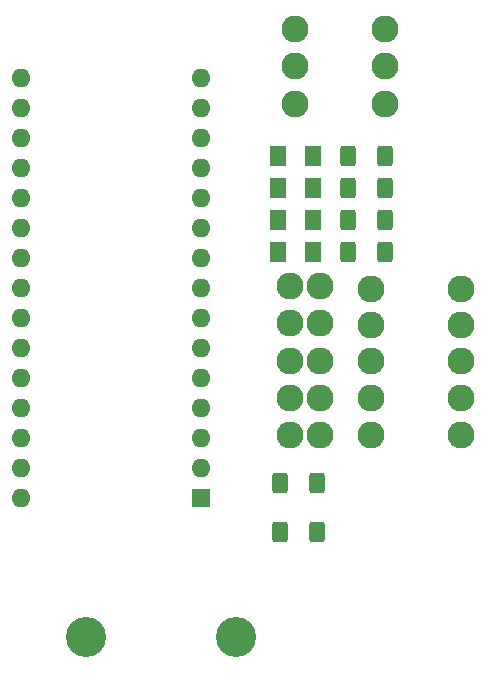
<source format=gbr>
%TF.GenerationSoftware,KiCad,Pcbnew,7.0.2-0*%
%TF.CreationDate,2024-09-16T13:04:04-04:00*%
%TF.ProjectId,ArduinoSolderChallenge,41726475-696e-46f5-936f-6c6465724368,rev?*%
%TF.SameCoordinates,Original*%
%TF.FileFunction,Soldermask,Top*%
%TF.FilePolarity,Negative*%
%FSLAX46Y46*%
G04 Gerber Fmt 4.6, Leading zero omitted, Abs format (unit mm)*
G04 Created by KiCad (PCBNEW 7.0.2-0) date 2024-09-16 13:04:04*
%MOMM*%
%LPD*%
G01*
G04 APERTURE LIST*
G04 Aperture macros list*
%AMRoundRect*
0 Rectangle with rounded corners*
0 $1 Rounding radius*
0 $2 $3 $4 $5 $6 $7 $8 $9 X,Y pos of 4 corners*
0 Add a 4 corners polygon primitive as box body*
4,1,4,$2,$3,$4,$5,$6,$7,$8,$9,$2,$3,0*
0 Add four circle primitives for the rounded corners*
1,1,$1+$1,$2,$3*
1,1,$1+$1,$4,$5*
1,1,$1+$1,$6,$7*
1,1,$1+$1,$8,$9*
0 Add four rect primitives between the rounded corners*
20,1,$1+$1,$2,$3,$4,$5,0*
20,1,$1+$1,$4,$5,$6,$7,0*
20,1,$1+$1,$6,$7,$8,$9,0*
20,1,$1+$1,$8,$9,$2,$3,0*%
G04 Aperture macros list end*
%ADD10R,1.600000X1.600000*%
%ADD11O,1.600000X1.600000*%
%ADD12C,2.286000*%
%ADD13RoundRect,0.250000X0.400000X0.625000X-0.400000X0.625000X-0.400000X-0.625000X0.400000X-0.625000X0*%
%ADD14RoundRect,0.250001X0.462499X0.624999X-0.462499X0.624999X-0.462499X-0.624999X0.462499X-0.624999X0*%
%ADD15RoundRect,0.250000X-0.400000X-0.625000X0.400000X-0.625000X0.400000X0.625000X-0.400000X0.625000X0*%
%ADD16C,3.400000*%
G04 APERTURE END LIST*
D10*
%TO.C,A1*%
X59300000Y-61990000D03*
D11*
X59300000Y-59450000D03*
X59300000Y-56910000D03*
X59300000Y-54370000D03*
X59300000Y-51830000D03*
X59300000Y-49290000D03*
X59300000Y-46750000D03*
X59300000Y-44210000D03*
X59300000Y-41670000D03*
X59300000Y-39130000D03*
X59300000Y-36590000D03*
X59300000Y-34050000D03*
X59300000Y-31510000D03*
X59300000Y-28970000D03*
X59300000Y-26430000D03*
X44060000Y-26430000D03*
X44060000Y-28970000D03*
X44060000Y-31510000D03*
X44060000Y-34050000D03*
X44060000Y-36590000D03*
X44060000Y-39130000D03*
X44060000Y-41670000D03*
X44060000Y-44210000D03*
X44060000Y-46750000D03*
X44060000Y-49290000D03*
X44060000Y-51830000D03*
X44060000Y-54370000D03*
X44060000Y-56910000D03*
X44060000Y-59450000D03*
X44060000Y-61990000D03*
%TD*%
D12*
%TO.C,D5*%
X69340000Y-44060000D03*
X66800000Y-44060000D03*
%TD*%
%TO.C,D1*%
X69340000Y-56660000D03*
X66800000Y-56660000D03*
%TD*%
%TO.C,R1*%
X81340000Y-56660000D03*
X73720000Y-56660000D03*
%TD*%
D13*
%TO.C,R6*%
X74880000Y-41150000D03*
X71780000Y-41150000D03*
%TD*%
D12*
%TO.C,R5*%
X81340000Y-44260000D03*
X73720000Y-44260000D03*
%TD*%
D14*
%TO.C,D9*%
X68817500Y-33050000D03*
X65842500Y-33050000D03*
%TD*%
D15*
%TO.C,R14*%
X65980000Y-64850000D03*
X69080000Y-64850000D03*
%TD*%
D13*
%TO.C,R13*%
X69080000Y-60750000D03*
X65980000Y-60750000D03*
%TD*%
D14*
%TO.C,D6*%
X68817500Y-41150000D03*
X65842500Y-41150000D03*
%TD*%
D12*
%TO.C,R12*%
X67260000Y-22300000D03*
X74880000Y-22300000D03*
%TD*%
%TO.C,R3*%
X81340000Y-50360000D03*
X73720000Y-50360000D03*
%TD*%
D16*
%TO.C,BT1*%
X62250000Y-73750000D03*
X49550000Y-73750000D03*
%TD*%
D12*
%TO.C,R10*%
X67260000Y-28600000D03*
X74880000Y-28600000D03*
%TD*%
%TO.C,D3*%
X69340000Y-50360000D03*
X66800000Y-50360000D03*
%TD*%
D13*
%TO.C,R7*%
X74880000Y-38450000D03*
X71780000Y-38450000D03*
%TD*%
D12*
%TO.C,R2*%
X81340000Y-53510000D03*
X73720000Y-53510000D03*
%TD*%
%TO.C,D4*%
X69340000Y-47210000D03*
X66800000Y-47210000D03*
%TD*%
D13*
%TO.C,R8*%
X74880000Y-35750000D03*
X71780000Y-35750000D03*
%TD*%
D12*
%TO.C,R4*%
X81340000Y-47310000D03*
X73720000Y-47310000D03*
%TD*%
%TO.C,R11*%
X74860000Y-25450000D03*
X67240000Y-25450000D03*
%TD*%
%TO.C,D2*%
X69340000Y-53510000D03*
X66800000Y-53510000D03*
%TD*%
D14*
%TO.C,D7*%
X68817500Y-38450000D03*
X65842500Y-38450000D03*
%TD*%
D13*
%TO.C,R9*%
X74880000Y-33050000D03*
X71780000Y-33050000D03*
%TD*%
D14*
%TO.C,D8*%
X68817500Y-35750000D03*
X65842500Y-35750000D03*
%TD*%
M02*

</source>
